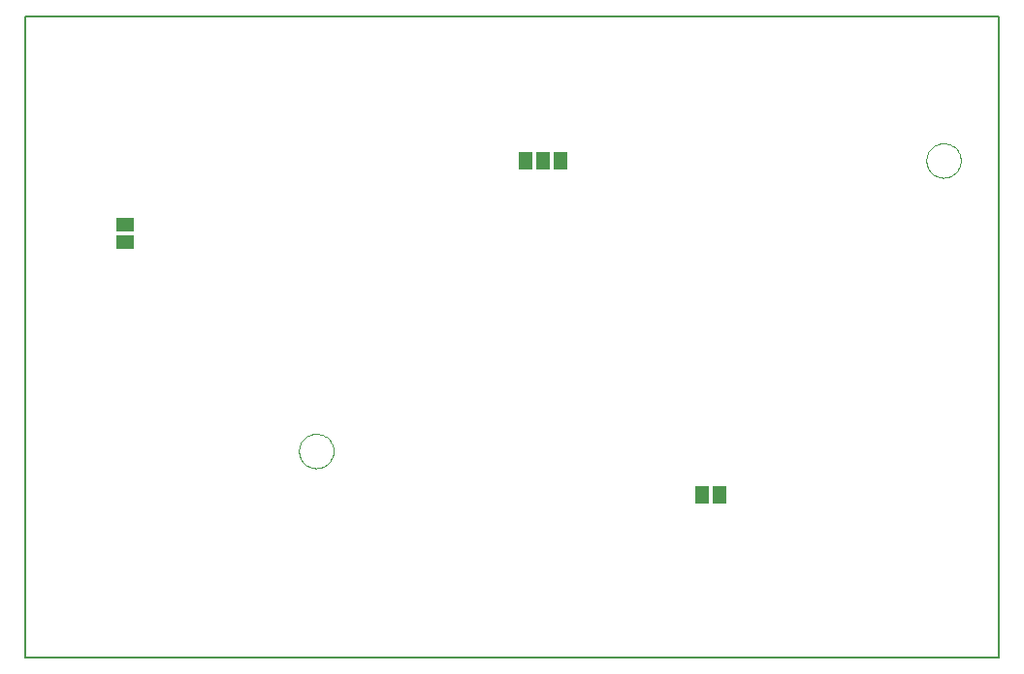
<source format=gbp>
G75*
G70*
%OFA0B0*%
%FSLAX24Y24*%
%IPPOS*%
%LPD*%
%AMOC8*
5,1,8,0,0,1.08239X$1,22.5*
%
%ADD10C,0.0050*%
%ADD11C,0.0000*%
%ADD12R,0.0460X0.0630*%
%ADD13R,0.0630X0.0460*%
D10*
X000480Y002061D02*
X000480Y024108D01*
X033945Y024108D01*
X033945Y002061D01*
X000480Y002061D01*
D11*
X009897Y009157D02*
X009899Y009205D01*
X009905Y009253D01*
X009915Y009300D01*
X009928Y009346D01*
X009946Y009391D01*
X009966Y009435D01*
X009991Y009477D01*
X010019Y009516D01*
X010049Y009553D01*
X010083Y009587D01*
X010120Y009619D01*
X010158Y009648D01*
X010199Y009673D01*
X010242Y009695D01*
X010287Y009713D01*
X010333Y009727D01*
X010380Y009738D01*
X010428Y009745D01*
X010476Y009748D01*
X010524Y009747D01*
X010572Y009742D01*
X010620Y009733D01*
X010666Y009721D01*
X010711Y009704D01*
X010755Y009684D01*
X010797Y009661D01*
X010837Y009634D01*
X010875Y009604D01*
X010910Y009571D01*
X010942Y009535D01*
X010972Y009497D01*
X010998Y009456D01*
X011020Y009413D01*
X011040Y009369D01*
X011055Y009324D01*
X011067Y009277D01*
X011075Y009229D01*
X011079Y009181D01*
X011079Y009133D01*
X011075Y009085D01*
X011067Y009037D01*
X011055Y008990D01*
X011040Y008945D01*
X011020Y008901D01*
X010998Y008858D01*
X010972Y008817D01*
X010942Y008779D01*
X010910Y008743D01*
X010875Y008710D01*
X010837Y008680D01*
X010797Y008653D01*
X010755Y008630D01*
X010711Y008610D01*
X010666Y008593D01*
X010620Y008581D01*
X010572Y008572D01*
X010524Y008567D01*
X010476Y008566D01*
X010428Y008569D01*
X010380Y008576D01*
X010333Y008587D01*
X010287Y008601D01*
X010242Y008619D01*
X010199Y008641D01*
X010158Y008666D01*
X010120Y008695D01*
X010083Y008727D01*
X010049Y008761D01*
X010019Y008798D01*
X009991Y008837D01*
X009966Y008879D01*
X009946Y008923D01*
X009928Y008968D01*
X009915Y009014D01*
X009905Y009061D01*
X009899Y009109D01*
X009897Y009157D01*
X031459Y019157D02*
X031461Y019205D01*
X031467Y019253D01*
X031477Y019300D01*
X031490Y019346D01*
X031508Y019391D01*
X031528Y019435D01*
X031553Y019477D01*
X031581Y019516D01*
X031611Y019553D01*
X031645Y019587D01*
X031682Y019619D01*
X031720Y019648D01*
X031761Y019673D01*
X031804Y019695D01*
X031849Y019713D01*
X031895Y019727D01*
X031942Y019738D01*
X031990Y019745D01*
X032038Y019748D01*
X032086Y019747D01*
X032134Y019742D01*
X032182Y019733D01*
X032228Y019721D01*
X032273Y019704D01*
X032317Y019684D01*
X032359Y019661D01*
X032399Y019634D01*
X032437Y019604D01*
X032472Y019571D01*
X032504Y019535D01*
X032534Y019497D01*
X032560Y019456D01*
X032582Y019413D01*
X032602Y019369D01*
X032617Y019324D01*
X032629Y019277D01*
X032637Y019229D01*
X032641Y019181D01*
X032641Y019133D01*
X032637Y019085D01*
X032629Y019037D01*
X032617Y018990D01*
X032602Y018945D01*
X032582Y018901D01*
X032560Y018858D01*
X032534Y018817D01*
X032504Y018779D01*
X032472Y018743D01*
X032437Y018710D01*
X032399Y018680D01*
X032359Y018653D01*
X032317Y018630D01*
X032273Y018610D01*
X032228Y018593D01*
X032182Y018581D01*
X032134Y018572D01*
X032086Y018567D01*
X032038Y018566D01*
X031990Y018569D01*
X031942Y018576D01*
X031895Y018587D01*
X031849Y018601D01*
X031804Y018619D01*
X031761Y018641D01*
X031720Y018666D01*
X031682Y018695D01*
X031645Y018727D01*
X031611Y018761D01*
X031581Y018798D01*
X031553Y018837D01*
X031528Y018879D01*
X031508Y018923D01*
X031490Y018968D01*
X031477Y019014D01*
X031467Y019061D01*
X031461Y019109D01*
X031459Y019157D01*
D12*
X018900Y019157D03*
X018300Y019157D03*
X017700Y019157D03*
X023750Y007657D03*
X024350Y007657D03*
D13*
X003925Y016357D03*
X003925Y016957D03*
M02*

</source>
